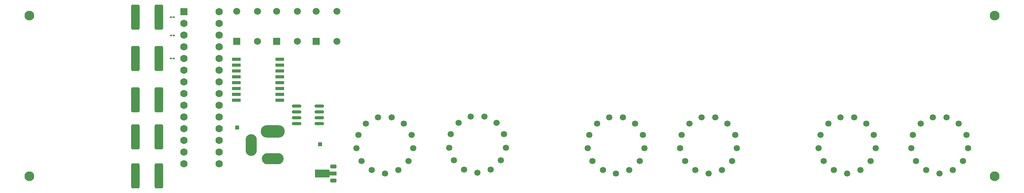
<source format=gbs>
%TF.GenerationSoftware,KiCad,Pcbnew,9.0.4*%
%TF.CreationDate,2025-11-16T22:43:31-07:00*%
%TF.ProjectId,Nixie Clock ECE5930,4e697869-6520-4436-9c6f-636b20454345,rev?*%
%TF.SameCoordinates,Original*%
%TF.FileFunction,Soldermask,Bot*%
%TF.FilePolarity,Negative*%
%FSLAX46Y46*%
G04 Gerber Fmt 4.6, Leading zero omitted, Abs format (unit mm)*
G04 Created by KiCad (PCBNEW 9.0.4) date 2025-11-16 22:43:31*
%MOMM*%
%LPD*%
G01*
G04 APERTURE LIST*
G04 Aperture macros list*
%AMRoundRect*
0 Rectangle with rounded corners*
0 $1 Rounding radius*
0 $2 $3 $4 $5 $6 $7 $8 $9 X,Y pos of 4 corners*
0 Add a 4 corners polygon primitive as box body*
4,1,4,$2,$3,$4,$5,$6,$7,$8,$9,$2,$3,0*
0 Add four circle primitives for the rounded corners*
1,1,$1+$1,$2,$3*
1,1,$1+$1,$4,$5*
1,1,$1+$1,$6,$7*
1,1,$1+$1,$8,$9*
0 Add four rect primitives between the rounded corners*
20,1,$1+$1,$2,$3,$4,$5,0*
20,1,$1+$1,$4,$5,$6,$7,0*
20,1,$1+$1,$6,$7,$8,$9,0*
20,1,$1+$1,$8,$9,$2,$3,0*%
%AMFreePoly0*
4,1,9,3.862500,-0.866500,0.737500,-0.866500,0.737500,-0.450000,-0.737500,-0.450000,-0.737500,0.450000,0.737500,0.450000,0.737500,0.866500,3.862500,0.866500,3.862500,-0.866500,3.862500,-0.866500,$1*%
G04 Aperture macros list end*
%ADD10C,1.346200*%
%ADD11C,2.100000*%
%ADD12R,1.498600X1.498600*%
%ADD13C,1.498600*%
%ADD14RoundRect,0.250000X-0.550000X-0.550000X0.550000X-0.550000X0.550000X0.550000X-0.550000X0.550000X0*%
%ADD15C,1.600000*%
%ADD16RoundRect,0.250000X0.650000X2.450000X-0.650000X2.450000X-0.650000X-2.450000X0.650000X-2.450000X0*%
%ADD17R,1.925000X0.650000*%
%ADD18RoundRect,0.250000X-0.650000X-2.450000X0.650000X-2.450000X0.650000X2.450000X-0.650000X2.450000X0*%
%ADD19RoundRect,0.100000X-0.130000X-0.100000X0.130000X-0.100000X0.130000X0.100000X-0.130000X0.100000X0*%
%ADD20O,5.204000X2.704000*%
%ADD21O,4.704000X2.454000*%
%ADD22O,2.454000X4.704000*%
%ADD23R,0.850000X0.850000*%
%ADD24RoundRect,0.225000X0.425000X0.225000X-0.425000X0.225000X-0.425000X-0.225000X0.425000X-0.225000X0*%
%ADD25FreePoly0,180.000000*%
%ADD26RoundRect,0.150000X-0.825000X-0.150000X0.825000X-0.150000X0.825000X0.150000X-0.825000X0.150000X0*%
G04 APERTURE END LIST*
D10*
%TO.C,N7*%
X224907300Y-58265360D03*
X235092700Y-58265360D03*
X236144260Y-55494220D03*
X235786120Y-52555440D03*
X234104640Y-50117040D03*
X231480820Y-48740360D03*
X228519180Y-48740360D03*
X225895360Y-50117040D03*
X224213880Y-52555440D03*
X223855740Y-55494220D03*
X230000000Y-60937440D03*
X232875280Y-60228780D03*
X227124720Y-60228780D03*
%TD*%
%TO.C,N3*%
X154907300Y-58265360D03*
X165092700Y-58265360D03*
X166144260Y-55494220D03*
X165786120Y-52555440D03*
X164104640Y-50117040D03*
X161480820Y-48740360D03*
X158519180Y-48740360D03*
X155895360Y-50117040D03*
X154213880Y-52555440D03*
X153855740Y-55494220D03*
X160000000Y-60937440D03*
X162875280Y-60228780D03*
X157124720Y-60228780D03*
%TD*%
D11*
%TO.C,REF\u002A\u002A*%
X241935000Y-26670000D03*
%TD*%
D10*
%TO.C,N1*%
X104907300Y-58265360D03*
X115092700Y-58265360D03*
X116144260Y-55494220D03*
X115786120Y-52555440D03*
X114104640Y-50117040D03*
X111480820Y-48740360D03*
X108519180Y-48740360D03*
X105895360Y-50117040D03*
X104213880Y-52555440D03*
X103855740Y-55494220D03*
X110000000Y-60937440D03*
X112875280Y-60228780D03*
X107124720Y-60228780D03*
%TD*%
D12*
%TO.C,SW6*%
X95114998Y-32249751D03*
D13*
X95114998Y-25749750D03*
X99614999Y-32249751D03*
X99614999Y-25749750D03*
%TD*%
D11*
%TO.C,REF\u002A\u002A*%
X33020000Y-26670000D03*
%TD*%
D10*
%TO.C,N2*%
X124907300Y-58125360D03*
X135092700Y-58125360D03*
X136144260Y-55354220D03*
X135786120Y-52415440D03*
X134104640Y-49977040D03*
X131480820Y-48600360D03*
X128519180Y-48600360D03*
X125895360Y-49977040D03*
X124213880Y-52415440D03*
X123855740Y-55354220D03*
X130000000Y-60797440D03*
X132875280Y-60088780D03*
X127124720Y-60088780D03*
%TD*%
D14*
%TO.C,U1*%
X66500000Y-25800000D03*
D15*
X66500000Y-28340000D03*
X66500000Y-30880000D03*
X66500000Y-33420000D03*
X66500000Y-35960000D03*
X66500000Y-38500000D03*
X66500000Y-41040000D03*
X66500000Y-43580000D03*
X66500000Y-46120000D03*
X66500000Y-48660000D03*
X66500000Y-51200000D03*
X66500000Y-53740000D03*
X66500000Y-56280000D03*
X66500000Y-58820000D03*
X74120000Y-58820000D03*
X74120000Y-56280000D03*
X74120000Y-53740000D03*
X74120000Y-51200000D03*
X74120000Y-48660000D03*
X74120000Y-46120000D03*
X74120000Y-43580000D03*
X74120000Y-41040000D03*
X74120000Y-38500000D03*
X74120000Y-35960000D03*
X74120000Y-33420000D03*
X74120000Y-30880000D03*
X74120000Y-28340000D03*
X74120000Y-25800000D03*
%TD*%
D10*
%TO.C,N6*%
X204907300Y-58265360D03*
X215092700Y-58265360D03*
X216144260Y-55494220D03*
X215786120Y-52555440D03*
X214104640Y-50117040D03*
X211480820Y-48740360D03*
X208519180Y-48740360D03*
X205895360Y-50117040D03*
X204213880Y-52555440D03*
X203855740Y-55494220D03*
X210000000Y-60937440D03*
X212875280Y-60228780D03*
X207124720Y-60228780D03*
%TD*%
D11*
%TO.C,REF\u002A\u002A*%
X33020000Y-61595000D03*
%TD*%
D10*
%TO.C,N5*%
X174907300Y-58265360D03*
X185092700Y-58265360D03*
X186144260Y-55494220D03*
X185786120Y-52555440D03*
X184104640Y-50117040D03*
X181480820Y-48740360D03*
X178519180Y-48740360D03*
X175895360Y-50117040D03*
X174213880Y-52555440D03*
X173855740Y-55494220D03*
X180000000Y-60937440D03*
X182875280Y-60228780D03*
X177124720Y-60228780D03*
%TD*%
D12*
%TO.C,SW4*%
X77939000Y-32249751D03*
D13*
X77939000Y-25749750D03*
X82439001Y-32249751D03*
X82439001Y-25749750D03*
%TD*%
D11*
%TO.C,REF\u002A\u002A*%
X241935000Y-61595000D03*
%TD*%
D12*
%TO.C,SW5*%
X86526999Y-32249751D03*
D13*
X86526999Y-25749750D03*
X91027000Y-32249751D03*
X91027000Y-25749750D03*
%TD*%
D16*
%TO.C,C2*%
X61050000Y-45000000D03*
X55950000Y-45000000D03*
%TD*%
D17*
%TO.C,U5*%
X87262000Y-36195000D03*
X87262000Y-37465000D03*
X87262000Y-38735000D03*
X87262000Y-40005000D03*
X87262000Y-41275000D03*
X87262000Y-42545000D03*
X87262000Y-43815000D03*
X87262000Y-45085000D03*
X77838000Y-45085000D03*
X77838000Y-43815000D03*
X77838000Y-42545000D03*
X77838000Y-41275000D03*
X77838000Y-40005000D03*
X77838000Y-38735000D03*
X77838000Y-37465000D03*
X77838000Y-36195000D03*
%TD*%
D18*
%TO.C,C3*%
X55950000Y-53000000D03*
X61050000Y-53000000D03*
%TD*%
%TO.C,C4*%
X55950000Y-36000000D03*
X61050000Y-36000000D03*
%TD*%
D19*
%TO.C,R1*%
X63680000Y-27000000D03*
X64320000Y-27000000D03*
%TD*%
%TO.C,R3*%
X63680000Y-31000000D03*
X64320000Y-31000000D03*
%TD*%
D18*
%TO.C,C5*%
X55950000Y-27000000D03*
X61050000Y-27000000D03*
%TD*%
D20*
%TO.C,J2*%
X85725000Y-51785000D03*
D21*
X85725000Y-57785000D03*
D22*
X81025000Y-54785000D03*
%TD*%
D23*
%TO.C,J3*%
X95990000Y-54610000D03*
%TD*%
D24*
%TO.C,U6*%
X98851000Y-59460000D03*
D25*
X98763500Y-60960000D03*
D24*
X98851000Y-62460000D03*
%TD*%
D18*
%TO.C,C1*%
X55950000Y-61500000D03*
X61050000Y-61500000D03*
%TD*%
D26*
%TO.C,U4*%
X90870000Y-50165000D03*
X90870000Y-48895000D03*
X90870000Y-47625000D03*
X90870000Y-46355000D03*
X95820000Y-46355000D03*
X95820000Y-47625000D03*
X95820000Y-48895000D03*
X95820000Y-50165000D03*
%TD*%
D19*
%TO.C,R2*%
X63680000Y-36000000D03*
X64320000Y-36000000D03*
%TD*%
D23*
%TO.C,J1*%
X78000000Y-51000000D03*
%TD*%
M02*

</source>
